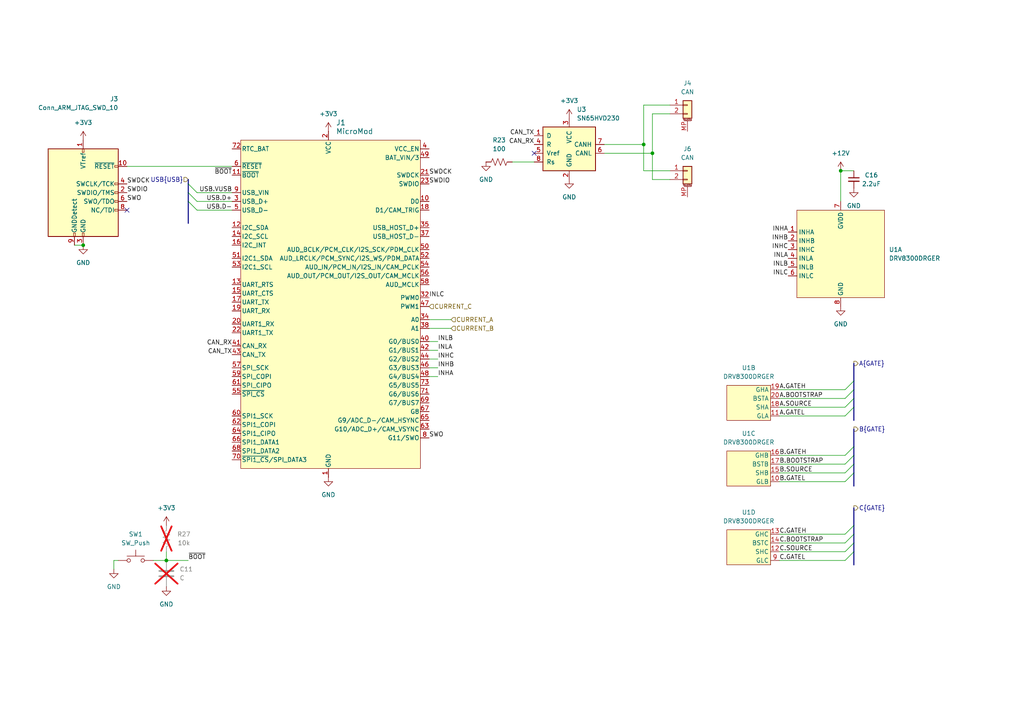
<source format=kicad_sch>
(kicad_sch (version 20231120) (generator "eeschema") (generator_version "8.0")
  (paper "A4")
  (lib_symbols
    (symbol "Connector:Conn_ARM_JTAG_SWD_10" (pin_names (offset 1.016))
      (property "Reference" "J" (at -2.54 16.51 0))
      (property "Value" "Conn_ARM_JTAG_SWD_10" (at -2.54 13.97 0))
      (symbol "Conn_ARM_JTAG_SWD_10_0_1"
        (rectangle (start -10.16 12.7) (end 10.16 -12.7) (stroke (width 0.254)) (fill (type background)))
        (rectangle (start -2.794 -12.7) (end -2.286 -11.684))
        (rectangle (start -0.254 -12.7) (end 0.254 -11.684))
        (rectangle (start -0.254 12.7) (end 0.254 11.684))
        (rectangle (start 9.144 2.286) (end 10.16 2.794))
        (rectangle (start 10.16 -2.794) (end 9.144 -2.286))
        (rectangle (start 10.16 -0.254) (end 9.144 0.254))
        (rectangle (start 10.16 7.874) (end 9.144 7.366))
      )
      (symbol "Conn_ARM_JTAG_SWD_10_1_1"
        (rectangle (start 9.144 -5.334) (end 10.16 -4.826))
        (pin power_in line (at 0 15.24 270) (length 2.54) (name "VTref") (number "1"))
        (pin open_collector line (at 12.7 7.62 180) (length 2.54) (name "~{RESET}") (number "10"))
        (pin bidirectional line (at 12.7 0 180) (length 2.54) (name "SWDIO/TMS") (number "2"))
        (pin power_in line (at 0 -15.24 90) (length 2.54) (name "GND") (number "3"))
        (pin output line (at 12.7 2.54 180) (length 2.54) (name "SWCLK/TCK") (number "4"))
        (pin passive line (at 0 -15.24 90) (length 2.54) hide (name "GND") (number "5"))
        (pin input line (at 12.7 -2.54 180) (length 2.54) (name "SWO/TDO") (number "6"))
        (pin no_connect line (at -10.16 0 0) (length 2.54) hide (name "KEY") (number "7"))
        (pin output line (at 12.7 -5.08 180) (length 2.54) (name "NC/TDI") (number "8"))
        (pin passive line (at -2.54 -15.24 90) (length 2.54) (name "GNDDetect") (number "9"))
      )
    )
    (symbol "Connector_Generic_MountingPin:Conn_01x02_MountingPin" (pin_names (offset 1.016) hide)
      (property "Reference" "J" (at 0 2.54 0))
      (property "Value" "Conn_01x02_MountingPin" (at 1.27 -5.08 0))
      (symbol "Conn_01x02_MountingPin_1_1"
        (rectangle (start -1.27 -2.413) (end 0 -2.667) (stroke (width 0.1524)))
        (rectangle (start -1.27 0.127) (end 0 -0.127) (stroke (width 0.1524)))
        (rectangle (start -1.27 1.27) (end 1.27 -3.81) (stroke (width 0.254)) (fill (type background)))
        (polyline (pts (xy -1.016 -4.572) (xy 1.016 -4.572)) (stroke (width 0.1524)))
        (text "Mounting" (at 0 -4.191 0) (effects (font (size 0.381 0.381))))
        (pin passive line (at -5.08 0 0) (length 3.81) (name "Pin_1") (number "1"))
        (pin passive line (at -5.08 -2.54 0) (length 3.81) (name "Pin_2") (number "2"))
        (pin passive line (at 0 -7.62 90) (length 3.048) (name "MountPin") (number "MP"))
      )
    )
    (symbol "Device:C" (pin_numbers hide) (pin_names (offset 0.254))
      (property "Reference" "C" (at 0.635 2.54 0))
      (property "Value" "C" (at 0.635 -2.54 0))
      (symbol "C_0_1"
        (polyline (pts (xy -2.032 -0.762) (xy 2.032 -0.762)) (stroke (width 0.508)))
        (polyline (pts (xy -2.032 0.762) (xy 2.032 0.762)) (stroke (width 0.508)))
      )
      (symbol "C_1_1"
        (pin passive line (at 0 3.81 270) (length 2.794) (name "~") (number "1"))
        (pin passive line (at 0 -3.81 90) (length 2.794) (name "~") (number "2"))
      )
    )
    (symbol "Device:C_Small" (pin_numbers hide) (pin_names (offset 0.254) hide)
      (property "Reference" "C" (at 0.254 1.778 0))
      (property "Value" "C_Small" (at 0.254 -2.032 0))
      (symbol "C_Small_0_1"
        (polyline (pts (xy -1.524 -0.508) (xy 1.524 -0.508)) (stroke (width 0.3302)))
        (polyline (pts (xy -1.524 0.508) (xy 1.524 0.508)) (stroke (width 0.3048)))
      )
      (symbol "C_Small_1_1"
        (pin passive line (at 0 2.54 270) (length 2.032) (name "~") (number "1"))
        (pin passive line (at 0 -2.54 90) (length 2.032) (name "~") (number "2"))
      )
    )
    (symbol "Device:R_US" (pin_numbers hide) (pin_names (offset 0))
      (property "Reference" "R" (at 2.54 0 90))
      (property "Value" "R_US" (at -2.54 0 90))
      (symbol "R_US_0_1"
        (polyline (pts (xy 0 -2.286) (xy 0 -2.54)))
        (polyline (pts (xy 0 2.286) (xy 0 2.54)))
        (polyline (pts (xy 0 -0.762) (xy 1.016 -1.143) (xy 0 -1.524) (xy -1.016 -1.905) (xy 0 -2.286)))
        (polyline (pts (xy 0 0.762) (xy 1.016 0.381) (xy 0 0) (xy -1.016 -0.381) (xy 0 -0.762)))
        (polyline (pts (xy 0 2.286) (xy 1.016 1.905) (xy 0 1.524) (xy -1.016 1.143) (xy 0 0.762)))
      )
      (symbol "R_US_1_1"
        (pin passive line (at 0 3.81 270) (length 1.27) (name "~") (number "1"))
        (pin passive line (at 0 -3.81 90) (length 1.27) (name "~") (number "2"))
      )
    )
    (symbol "Interface_CAN_LIN:SN65HVD230" (pin_names (offset 1.016))
      (property "Reference" "U" (at -2.54 10.16 0))
      (property "Value" "SN65HVD230" (at -2.54 7.62 0))
      (symbol "SN65HVD230_0_1"
        (rectangle (start -7.62 5.08) (end 7.62 -7.62) (stroke (width 0.254)) (fill (type background)))
      )
      (symbol "SN65HVD230_1_1"
        (pin input line (at -10.16 2.54 0) (length 2.54) (name "D") (number "1"))
        (pin power_in line (at 0 -10.16 90) (length 2.54) (name "GND") (number "2"))
        (pin power_in line (at 0 7.62 270) (length 2.54) (name "VCC") (number "3"))
        (pin output line (at -10.16 0 0) (length 2.54) (name "R") (number "4"))
        (pin output line (at -10.16 -2.54 0) (length 2.54) (name "Vref") (number "5"))
        (pin bidirectional line (at 10.16 -2.54 180) (length 2.54) (name "CANL") (number "6"))
        (pin bidirectional line (at 10.16 0 180) (length 2.54) (name "CANH") (number "7"))
        (pin input line (at -10.16 -5.08 0) (length 2.54) (name "Rs") (number "8"))
      )
    )
    (symbol "SJSU_common:MicroMod" (pin_names (offset 0.254))
      (property "Reference" "J" (at 16.256 12.7 0))
      (property "Value" "MicroMod" (at 16.51 10.16 0))
      (symbol "MicroMod_1_1"
        (rectangle (start -8.89 2.54) (end 43.18 -92.71) (fill (type background)))
        (pin power_out line (at 16.51 -95.25 90) (length 2.54) (name "GND") (number "1"))
        (pin bidirectional line (at 45.72 -15.24 180) (length 2.54) (name "D0") (number "10"))
        (pin open_collector line (at -11.43 -7.62 0) (length 2.54) (name "~{BOOT}") (number "11"))
        (pin bidirectional line (at -11.43 -22.86 0) (length 2.54) (name "I2C_SDA") (number "12"))
        (pin output line (at -11.43 -39.37 0) (length 2.54) (name "UART_RTS") (number "13"))
        (pin bidirectional line (at -11.43 -25.4 0) (length 2.54) (name "I2C_SCL") (number "14"))
        (pin input line (at -11.43 -41.91 0) (length 2.54) (name "UART_CTS") (number "15"))
        (pin open_collector line (at -11.43 -27.94 0) (length 2.54) (name "I2C_INT") (number "16"))
        (pin output line (at -11.43 -44.45 0) (length 2.54) (name "UART_TX") (number "17"))
        (pin bidirectional line (at 45.72 -17.78 180) (length 2.54) (name "D1/CAM_TRIG") (number "18"))
        (pin input line (at -11.43 -46.99 0) (length 2.54) (name "UART_RX") (number "19"))
        (pin power_in line (at 16.51 5.08 270) (length 2.54) (name "VCC") (number "2"))
        (pin input line (at -11.43 -50.8 0) (length 2.54) (name "UART1_RX") (number "20"))
        (pin input line (at 45.72 -7.62 180) (length 2.54) (name "SWDCK") (number "21"))
        (pin output line (at -11.43 -53.34 0) (length 2.54) (name "UART1_TX") (number "22"))
        (pin output line (at 45.72 -10.16 180) (length 2.54) (name "SWDIO") (number "23"))
        (pin bidirectional line (at -11.43 -15.24 0) (length 2.54) (name "USB_D+") (number "3"))
        (pin output line (at 45.72 -43.18 180) (length 2.54) (name "PWM0") (number "32"))
        (pin power_out line (at 16.51 -95.25 90) (length 2.54) hide (name "GND") (number "33"))
        (pin output line (at 45.72 -49.53 180) (length 2.54) (name "A0") (number "34"))
        (pin bidirectional line (at 45.72 -22.86 180) (length 2.54) (name "USB_HOST_D+") (number "35"))
        (pin power_out line (at 16.51 -95.25 90) (length 2.54) hide (name "GND") (number "36"))
        (pin bidirectional line (at 45.72 -25.4 180) (length 2.54) (name "USB_HOST_D-") (number "37"))
        (pin output line (at 45.72 -52.07 180) (length 2.54) (name "A1") (number "38"))
        (pin power_out line (at 16.51 -95.25 90) (length 2.54) hide (name "GND") (number "39"))
        (pin output line (at 45.72 0 180) (length 2.54) (name "VCC_EN") (number "4"))
        (pin bidirectional line (at 45.72 -55.88 180) (length 2.54) (name "G0/BUS0") (number "40"))
        (pin input line (at -11.43 -57.15 0) (length 2.54) (name "CAN_RX") (number "41"))
        (pin bidirectional line (at 45.72 -58.42 180) (length 2.54) (name "G1/BUS1") (number "42"))
        (pin output line (at -11.43 -59.69 0) (length 2.54) (name "CAN_TX") (number "43"))
        (pin bidirectional line (at 45.72 -60.96 180) (length 2.54) (name "G2/BUS2") (number "44"))
        (pin power_out line (at 16.51 -95.25 90) (length 2.54) hide (name "GND") (number "45"))
        (pin bidirectional line (at 45.72 -63.5 180) (length 2.54) (name "G3/BUS3") (number "46"))
        (pin output line (at 45.72 -45.72 180) (length 2.54) (name "PWM1") (number "47"))
        (pin bidirectional line (at 45.72 -66.04 180) (length 2.54) (name "G4/BUS4") (number "48"))
        (pin input line (at 45.72 -2.54 180) (length 2.54) (name "BAT_VIN/3") (number "49"))
        (pin bidirectional line (at -11.43 -17.78 0) (length 2.54) (name "USB_D-") (number "5"))
        (pin bidirectional line (at 45.72 -29.21 180) (length 2.54) (name "AUD_BCLK/PCM_CLK/I2S_SCK/PDM_CLK") (number "50"))
        (pin bidirectional line (at -11.43 -31.75 0) (length 2.54) (name "I2C1_SDA") (number "51"))
        (pin bidirectional line (at 45.72 -31.75 180) (length 2.54) (name "AUD_LRCLK/PCM_SYNC/I2S_WS/PDM_DATA") (number "52"))
        (pin bidirectional line (at -11.43 -34.29 0) (length 2.54) (name "I2C1_SCL") (number "53"))
        (pin input line (at 45.72 -34.29 180) (length 2.54) (name "AUD_IN/PCM_IN/I2S_IN/CAM_PCLK") (number "54"))
        (pin output line (at -11.43 -71.12 0) (length 2.54) (name "~{SPI_CS}") (number "55"))
        (pin output line (at 45.72 -36.83 180) (length 2.54) (name "AUD_OUT/PCM_OUT/I2S_OUT/CAM_MCLK") (number "56"))
        (pin output line (at -11.43 -63.5 0) (length 2.54) (name "SPI_SCK") (number "57"))
        (pin output line (at 45.72 -39.37 180) (length 2.54) (name "AUD_MCLK") (number "58"))
        (pin output line (at -11.43 -66.04 0) (length 2.54) (name "SPI_COPI") (number "59"))
        (pin open_collector line (at -11.43 -5.08 0) (length 2.54) (name "~{RESET}") (number "6"))
        (pin output line (at -11.43 -77.47 0) (length 2.54) (name "SPI1_SCK") (number "60"))
        (pin output line (at -11.43 -68.58 0) (length 2.54) (name "SPI_CIPO") (number "61"))
        (pin output line (at -11.43 -80.01 0) (length 2.54) (name "SPI1_COPI") (number "62"))
        (pin bidirectional line (at 45.72 -81.28 180) (length 2.54) (name "G10/ADC_D+/CAM_VSYNC") (number "63"))
        (pin output line (at -11.43 -82.55 0) (length 2.54) (name "SPI1_CIPO") (number "64"))
        (pin bidirectional line (at 45.72 -78.74 180) (length 2.54) (name "G9/ADC_D-/CAM_HSYNC") (number "65"))
        (pin output line (at -11.43 -85.09 0) (length 2.54) (name "SPI1_DATA1") (number "66"))
        (pin bidirectional line (at 45.72 -76.2 180) (length 2.54) (name "G8") (number "67"))
        (pin output line (at -11.43 -87.63 0) (length 2.54) (name "SPI1_DATA2") (number "68"))
        (pin bidirectional line (at 45.72 -73.66 180) (length 2.54) (name "G7/BUS7") (number "69"))
        (pin power_out line (at 16.51 -95.25 90) (length 2.54) hide (name "GND") (number "7"))
        (pin bidirectional line (at -11.43 -90.17 0) (length 2.54) (name "~{SPI1_CS}/SPI_DATA3") (number "70"))
        (pin bidirectional line (at 45.72 -71.12 180) (length 2.54) (name "G6/BUS6") (number "71"))
        (pin power_in line (at -11.43 0 0) (length 2.54) (name "RTC_BAT") (number "72"))
        (pin bidirectional line (at 45.72 -68.58 180) (length 2.54) (name "G5/BUS5") (number "73"))
        (pin power_in line (at 16.51 5.08 270) (length 2.54) hide (name "VCC") (number "74"))
        (pin power_out line (at 16.51 -95.25 90) (length 2.54) hide (name "GND") (number "75"))
        (pin bidirectional line (at 45.72 -83.82 180) (length 2.54) (name "G11/SWO") (number "8"))
        (pin power_in line (at -11.43 -12.7 0) (length 2.54) (name "USB_VIN") (number "9"))
        (pin power_out line (at 16.51 -95.25 90) (length 2.54) hide (name "GND") (number "S1"))
        (pin power_out line (at 16.51 -95.25 90) (length 2.54) hide (name "GND") (number "S2"))
        (pin power_out line (at 16.51 -95.25 90) (length 2.54) hide (name "GND") (number "S3"))
      )
      (symbol "MicroMod_1_2"
        (polyline (pts (xy 5.08 -86.36) (xy 12.7 -86.36)) (stroke (width 0.127)))
        (polyline (pts (xy 5.08 2.54) (xy 5.08 -86.36)) (stroke (width 0.127)))
        (polyline (pts (xy 7.62 -83.82) (xy 5.08 -83.82)) (stroke (width 0.127)))
        (polyline (pts (xy 7.62 -83.82) (xy 8.89 -84.6667)) (stroke (width 0.127)))
        (polyline (pts (xy 7.62 -83.82) (xy 8.89 -82.9733)) (stroke (width 0.127)))
        (polyline (pts (xy 7.62 -81.28) (xy 5.08 -81.28)) (stroke (width 0.127)))
        (polyline (pts (xy 7.62 -81.28) (xy 8.89 -82.1267)) (stroke (width 0.127)))
        (polyline (pts (xy 7.62 -81.28) (xy 8.89 -80.4333)) (stroke (width 0.127)))
        (polyline (pts (xy 7.62 -78.74) (xy 5.08 -78.74)) (stroke (width 0.127)))
        (polyline (pts (xy 7.62 -78.74) (xy 8.89 -79.5867)) (stroke (width 0.127)))
        (polyline (pts (xy 7.62 -78.74) (xy 8.89 -77.8933)) (stroke (width 0.127)))
        (polyline (pts (xy 7.62 -76.2) (xy 5.08 -76.2)) (stroke (width 0.127)))
        (polyline (pts (xy 7.62 -76.2) (xy 8.89 -77.0467)) (stroke (width 0.127)))
        (polyline (pts (xy 7.62 -76.2) (xy 8.89 -75.3533)) (stroke (width 0.127)))
        (polyline (pts (xy 7.62 -73.66) (xy 5.08 -73.66)) (stroke (width 0.127)))
        (polyline (pts (xy 7.62 -73.66) (xy 8.89 -74.5067)) (stroke (width 0.127)))
        (polyline (pts (xy 7.62 -73.66) (xy 8.89 -72.8133)) (stroke (width 0.127)))
        (polyline (pts (xy 7.62 -71.12) (xy 5.08 -71.12)) (stroke (width 0.127)))
        (polyline (pts (xy 7.62 -71.12) (xy 8.89 -71.9667)) (stroke (width 0.127)))
        (polyline (pts (xy 7.62 -71.12) (xy 8.89 -70.2733)) (stroke (width 0.127)))
        (polyline (pts (xy 7.62 -68.58) (xy 5.08 -68.58)) (stroke (width 0.127)))
        (polyline (pts (xy 7.62 -68.58) (xy 8.89 -69.4267)) (stroke (width 0.127)))
        (polyline (pts (xy 7.62 -68.58) (xy 8.89 -67.7333)) (stroke (width 0.127)))
        (polyline (pts (xy 7.62 -66.04) (xy 5.08 -66.04)) (stroke (width 0.127)))
        (polyline (pts (xy 7.62 -66.04) (xy 8.89 -66.8867)) (stroke (width 0.127)))
        (polyline (pts (xy 7.62 -66.04) (xy 8.89 -65.1933)) (stroke (width 0.127)))
        (polyline (pts (xy 7.62 -63.5) (xy 5.08 -63.5)) (stroke (width 0.127)))
        (polyline (pts (xy 7.62 -63.5) (xy 8.89 -64.3467)) (stroke (width 0.127)))
        (polyline (pts (xy 7.62 -63.5) (xy 8.89 -62.6533)) (stroke (width 0.127)))
        (polyline (pts (xy 7.62 -60.96) (xy 5.08 -60.96)) (stroke (width 0.127)))
        (polyline (pts (xy 7.62 -60.96) (xy 8.89 -61.8067)) (stroke (width 0.127)))
        (polyline (pts (xy 7.62 -60.96) (xy 8.89 -60.1133)) (stroke (width 0.127)))
        (polyline (pts (xy 7.62 -58.42) (xy 5.08 -58.42)) (stroke (width 0.127)))
        (polyline (pts (xy 7.62 -58.42) (xy 8.89 -59.2667)) (stroke (width 0.127)))
        (polyline (pts (xy 7.62 -58.42) (xy 8.89 -57.5733)) (stroke (width 0.127)))
        (polyline (pts (xy 7.62 -55.88) (xy 5.08 -55.88)) (stroke (width 0.127)))
        (polyline (pts (xy 7.62 -55.88) (xy 8.89 -56.7267)) (stroke (width 0.127)))
        (polyline (pts (xy 7.62 -55.88) (xy 8.89 -55.0333)) (stroke (width 0.127)))
        (polyline (pts (xy 7.62 -53.34) (xy 5.08 -53.34)) (stroke (width 0.127)))
        (polyline (pts (xy 7.62 -53.34) (xy 8.89 -54.1867)) (stroke (width 0.127)))
        (polyline (pts (xy 7.62 -53.34) (xy 8.89 -52.4933)) (stroke (width 0.127)))
        (polyline (pts (xy 7.62 -50.8) (xy 5.08 -50.8)) (stroke (width 0.127)))
        (polyline (pts (xy 7.62 -50.8) (xy 8.89 -51.6467)) (stroke (width 0.127)))
        (polyline (pts (xy 7.62 -50.8) (xy 8.89 -49.9533)) (stroke (width 0.127)))
        (polyline (pts (xy 7.62 -48.26) (xy 5.08 -48.26)) (stroke (width 0.127)))
        (polyline (pts (xy 7.62 -48.26) (xy 8.89 -49.1067)) (stroke (width 0.127)))
        (polyline (pts (xy 7.62 -48.26) (xy 8.89 -47.4133)) (stroke (width 0.127)))
        (polyline (pts (xy 7.62 -45.72) (xy 5.08 -45.72)) (stroke (width 0.127)))
        (polyline (pts (xy 7.62 -45.72) (xy 8.89 -46.5667)) (stroke (width 0.127)))
        (polyline (pts (xy 7.62 -45.72) (xy 8.89 -44.8733)) (stroke (width 0.127)))
        (polyline (pts (xy 7.62 -43.18) (xy 5.08 -43.18)) (stroke (width 0.127)))
        (polyline (pts (xy 7.62 -43.18) (xy 8.89 -44.0267)) (stroke (width 0.127)))
        (polyline (pts (xy 7.62 -43.18) (xy 8.89 -42.3333)) (stroke (width 0.127)))
        (polyline (pts (xy 7.62 -40.64) (xy 5.08 -40.64)) (stroke (width 0.127)))
        (polyline (pts (xy 7.62 -40.64) (xy 8.89 -41.4867)) (stroke (width 0.127)))
        (polyline (pts (xy 7.62 -40.64) (xy 8.89 -39.7933)) (stroke (width 0.127)))
        (polyline (pts (xy 7.62 -38.1) (xy 5.08 -38.1)) (stroke (width 0.127)))
        (polyline (pts (xy 7.62 -38.1) (xy 8.89 -38.9467)) (stroke (width 0.127)))
        (polyline (pts (xy 7.62 -38.1) (xy 8.89 -37.2533)) (stroke (width 0.127)))
        (polyline (pts (xy 7.62 -35.56) (xy 5.08 -35.56)) (stroke (width 0.127)))
        (polyline (pts (xy 7.62 -35.56) (xy 8.89 -36.4067)) (stroke (width 0.127)))
        (polyline (pts (xy 7.62 -35.56) (xy 8.89 -34.7133)) (stroke (width 0.127)))
        (polyline (pts (xy 7.62 -33.02) (xy 5.08 -33.02)) (stroke (width 0.127)))
        (polyline (pts (xy 7.62 -33.02) (xy 8.89 -33.8667)) (stroke (width 0.127)))
        (polyline (pts (xy 7.62 -33.02) (xy 8.89 -32.1733)) (stroke (width 0.127)))
        (polyline (pts (xy 7.62 -30.48) (xy 5.08 -30.48)) (stroke (width 0.127)))
        (polyline (pts (xy 7.62 -30.48) (xy 8.89 -31.3267)) (stroke (width 0.127)))
        (polyline (pts (xy 7.62 -30.48) (xy 8.89 -29.6333)) (stroke (width 0.127)))
        (polyline (pts (xy 7.62 -27.94) (xy 5.08 -27.94)) (stroke (width 0.127)))
        (polyline (pts (xy 7.62 -27.94) (xy 8.89 -28.7867)) (stroke (width 0.127)))
        (polyline (pts (xy 7.62 -27.94) (xy 8.89 -27.0933)) (stroke (width 0.127)))
        (polyline (pts (xy 7.62 -25.4) (xy 5.08 -25.4)) (stroke (width 0.127)))
        (polyline (pts (xy 7.62 -25.4) (xy 8.89 -26.2467)) (stroke (width 0.127)))
        (polyline (pts (xy 7.62 -25.4) (xy 8.89 -24.5533)) (stroke (width 0.127)))
        (polyline (pts (xy 7.62 -22.86) (xy 5.08 -22.86)) (stroke (width 0.127)))
        (polyline (pts (xy 7.62 -22.86) (xy 8.89 -23.7067)) (stroke (width 0.127)))
        (polyline (pts (xy 7.62 -22.86) (xy 8.89 -22.0133)) (stroke (width 0.127)))
        (polyline (pts (xy 7.62 -20.32) (xy 5.08 -20.32)) (stroke (width 0.127)))
        (polyline (pts (xy 7.62 -20.32) (xy 8.89 -21.1667)) (stroke (width 0.127)))
        (polyline (pts (xy 7.62 -20.32) (xy 8.89 -19.4733)) (stroke (width 0.127)))
        (polyline (pts (xy 7.62 -17.78) (xy 5.08 -17.78)) (stroke (width 0.127)))
        (polyline (pts (xy 7.62 -17.78) (xy 8.89 -18.6267)) (stroke (width 0.127)))
        (polyline (pts (xy 7.62 -17.78) (xy 8.89 -16.9333)) (stroke (width 0.127)))
        (polyline (pts (xy 7.62 -15.24) (xy 5.08 -15.24)) (stroke (width 0.127)))
        (polyline (pts (xy 7.62 -15.24) (xy 8.89 -16.0867)) (stroke (width 0.127)))
        (polyline (pts (xy 7.62 -15.24) (xy 8.89 -14.3933)) (stroke (width 0.127)))
        (polyline (pts (xy 7.62 -12.7) (xy 5.08 -12.7)) (stroke (width 0.127)))
        (polyline (pts (xy 7.62 -12.7) (xy 8.89 -13.5467)) (stroke (width 0.127)))
        (polyline (pts (xy 7.62 -12.7) (xy 8.89 -11.8533)) (stroke (width 0.127)))
        (polyline (pts (xy 7.62 -10.16) (xy 5.08 -10.16)) (stroke (width 0.127)))
        (polyline (pts (xy 7.62 -10.16) (xy 8.89 -11.0067)) (stroke (width 0.127)))
        (polyline (pts (xy 7.62 -10.16) (xy 8.89 -9.3133)) (stroke (width 0.127)))
        (polyline (pts (xy 7.62 -7.62) (xy 5.08 -7.62)) (stroke (width 0.127)))
        (polyline (pts (xy 7.62 -7.62) (xy 8.89 -8.4667)) (stroke (width 0.127)))
        (polyline (pts (xy 7.62 -7.62) (xy 8.89 -6.7733)) (stroke (width 0.127)))
        (polyline (pts (xy 7.62 -5.08) (xy 5.08 -5.08)) (stroke (width 0.127)))
        (polyline (pts (xy 7.62 -5.08) (xy 8.89 -5.9267)) (stroke (width 0.127)))
        (polyline (pts (xy 7.62 -5.08) (xy 8.89 -4.2333)) (stroke (width 0.127)))
        (polyline (pts (xy 7.62 -2.54) (xy 5.08 -2.54)) (stroke (width 0.127)))
        (polyline (pts (xy 7.62 -2.54) (xy 8.89 -3.3867)) (stroke (width 0.127)))
        (polyline (pts (xy 7.62 -2.54) (xy 8.89 -1.6933)) (stroke (width 0.127)))
        (polyline (pts (xy 7.62 0) (xy 5.08 0)) (stroke (width 0.127)))
        (polyline (pts (xy 7.62 0) (xy 8.89 -0.8467)) (stroke (width 0.127)))
        (polyline (pts (xy 7.62 0) (xy 8.89 0.8467)) (stroke (width 0.127)))
        (polyline (pts (xy 12.7 -86.36) (xy 12.7 2.54)) (stroke (width 0.127)))
        (polyline (pts (xy 12.7 2.54) (xy 5.08 2.54)) (stroke (width 0.127)))
      )
    )
    (symbol "Switch:SW_Push" (pin_numbers hide) (pin_names (offset 1.016) hide)
      (property "Reference" "SW" (at 1.27 2.54 0))
      (property "Value" "SW_Push" (at 0 -1.524 0))
      (symbol "SW_Push_0_1"
        (circle (center -2.032 0) (radius 0.508))
        (polyline (pts (xy 0 1.27) (xy 0 3.048)))
        (polyline (pts (xy 2.54 1.27) (xy -2.54 1.27)))
        (circle (center 2.032 0) (radius 0.508))
        (pin passive line (at -5.08 0 0) (length 2.54) (name "1") (number "1"))
        (pin passive line (at 5.08 0 180) (length 2.54) (name "2") (number "2"))
      )
    )
    (symbol "power:+12V" (power) (pin_numbers hide) (pin_names (offset 0) hide)
      (property "Value" "+12V" (at 0 3.556 0))
      (symbol "+12V_0_1"
        (polyline (pts (xy -0.762 1.27) (xy 0 2.54)))
        (polyline (pts (xy 0 0) (xy 0 2.54)))
        (polyline (pts (xy 0 2.54) (xy 0.762 1.27)))
      )
      (symbol "+12V_1_1"
        (pin power_in line (at 0 0 90) (length 0) (name "~") (number "1"))
      )
    )
    (symbol "power:+3V3" (power) (pin_numbers hide) (pin_names (offset 0) hide)
      (property "Value" "+3V3" (at 0 3.556 0))
      (symbol "+3V3_0_1"
        (polyline (pts (xy -0.762 1.27) (xy 0 2.54)))
        (polyline (pts (xy 0 0) (xy 0 2.54)))
        (polyline (pts (xy 0 2.54) (xy 0.762 1.27)))
      )
      (symbol "+3V3_1_1"
        (pin power_in line (at 0 0 90) (length 0) (name "~") (number "1"))
      )
    )
    (symbol "power:GND" (power) (pin_numbers hide) (pin_names (offset 0) hide)
      (property "Value" "GND" (at 0 -3.81 0))
      (symbol "GND_0_1"
        (polyline (pts (xy 0 0) (xy 0 -1.27) (xy 1.27 -1.27) (xy 0 -2.54) (xy -1.27 -1.27) (xy 0 -1.27)))
      )
      (symbol "GND_1_1"
        (pin power_in line (at 0 0 270) (length 0) (name "~") (number "1"))
      )
    )
    (symbol "symbols:DRV8300DPWR"
      (property "Reference" "U" (at 0.254 6.858 0))
      (property "Value" "DRV8300DRGER" (at 0.254 5.08 0))
      (symbol "DRV8300DPWR_1_1"
        (rectangle (start -12.7 3.81) (end 12.7 -21.59) (fill (type background)))
        (pin input line (at -15.24 -2.54 0) (length 2.54) (name "INHA") (number "1"))
        (pin input line (at -15.24 -5.08 0) (length 2.54) (name "INHB") (number "2"))
        (pin input line (at -15.24 -7.62 0) (length 2.54) (name "INHC") (number "3"))
        (pin input line (at -15.24 -10.16 0) (length 2.54) (name "INLA") (number "4"))
        (pin input line (at -15.24 -12.7 0) (length 2.54) (name "INLB") (number "5"))
        (pin input line (at -15.24 -15.24 0) (length 2.54) (name "INLC") (number "6"))
        (pin power_in line (at 0 6.35 270) (length 2.54) (name "GVDD") (number "7"))
        (pin power_out line (at 0 -24.13 90) (length 2.54) (name "GND") (number "8"))
      )
      (symbol "DRV8300DPWR_2_1"
        (rectangle (start -6.35 2.54) (end 6.35 -7.62) (fill (type background)))
        (pin output line (at 8.89 -6.35 180) (length 2.54) (name "GLA") (number "11"))
        (pin output line (at 8.89 -3.81 180) (length 2.54) (name "SHA") (number "18"))
        (pin output line (at 8.89 1.27 180) (length 2.54) (name "GHA") (number "19"))
        (pin output line (at 8.89 -1.27 180) (length 2.54) (name "BSTA") (number "20"))
      )
      (symbol "DRV8300DPWR_3_1"
        (rectangle (start -6.35 2.54) (end 6.35 -7.62) (fill (type background)))
        (pin output line (at 8.89 -6.35 180) (length 2.54) (name "GLB") (number "10"))
        (pin output line (at 8.89 -3.81 180) (length 2.54) (name "SHB") (number "15"))
        (pin output line (at 8.89 1.27 180) (length 2.54) (name "GHB") (number "16"))
        (pin output line (at 8.89 -1.27 180) (length 2.54) (name "BSTB") (number "17"))
      )
      (symbol "DRV8300DPWR_4_1"
        (rectangle (start -6.35 2.54) (end 6.35 -7.62) (fill (type background)))
        (pin output line (at 8.89 -3.81 180) (length 2.54) (name "SHC") (number "12"))
        (pin output line (at 8.89 1.27 180) (length 2.54) (name "GHC") (number "13"))
        (pin output line (at 8.89 -1.27 180) (length 2.54) (name "BSTC") (number "14"))
        (pin output line (at 8.89 -6.35 180) (length 2.54) (name "GLC") (number "9"))
      )
    )
  )
  (bus_alias "GATEBUS" (members "AH" "AL" "BH" "BL" "CH" "CL"))
  (junction (at 189.23 44.45))
  (junction (at 48.26 162.56))
  (junction (at 24.13 71.12))
  (junction (at 186.69 41.91))
  (junction (at 243.84 49.53))
  (no_connect (at 154.94 44.45))
  (no_connect (at 36.83 60.96))
  (bus_entry (at 247.65 137.16) (size -2.54 2.54))
  (bus_entry (at 247.65 129.54) (size -2.54 2.54))
  (bus_entry (at 247.65 152.4) (size -2.54 2.54))
  (bus_entry (at 247.65 160.02) (size -2.54 2.54))
  (bus_entry (at 247.65 132.08) (size -2.54 2.54))
  (bus_entry (at 247.65 154.94) (size -2.54 2.54))
  (bus_entry (at 247.65 115.57) (size -2.54 2.54))
  (bus_entry (at 247.65 113.03) (size -2.54 2.54))
  (bus_entry (at 54.61 58.42) (size 2.54 2.54))
  (bus_entry (at 247.65 118.11) (size -2.54 2.54))
  (bus_entry (at 54.61 55.88) (size 2.54 2.54))
  (bus_entry (at 247.65 110.49) (size -2.54 2.54))
  (bus_entry (at 247.65 157.48) (size -2.54 2.54))
  (bus_entry (at 247.65 134.62) (size -2.54 2.54))
  (bus_entry (at 54.61 53.34) (size 2.54 2.54))
  (wire (pts (xy 36.83 48.26) (xy 67.31 48.26)))
  (bus (pts (xy 54.61 52.07) (xy 54.61 53.34)))
  (bus (pts (xy 247.65 157.48) (xy 247.65 160.02)))
  (wire (pts (xy 175.26 41.91) (xy 186.69 41.91)))
  (wire (pts (xy 67.31 55.88) (xy 57.15 55.88)))
  (wire (pts (xy 189.23 44.45) (xy 189.23 52.07)))
  (wire (pts (xy 194.31 33.02) (xy 189.23 33.02)))
  (wire (pts (xy 127 106.68) (xy 124.46 106.68)))
  (wire (pts (xy 124.46 95.25) (xy 130.81 95.25)))
  (wire (pts (xy 189.23 52.07) (xy 194.31 52.07)))
  (wire (pts (xy 226.06 139.7) (xy 245.11 139.7)))
  (bus (pts (xy 247.65 124.46) (xy 247.65 129.54)))
  (wire (pts (xy 226.06 157.48) (xy 245.11 157.48)))
  (wire (pts (xy 21.59 71.12) (xy 24.13 71.12)))
  (bus (pts (xy 54.61 53.34) (xy 54.61 55.88)))
  (bus (pts (xy 247.65 113.03) (xy 247.65 115.57)))
  (wire (pts (xy 243.84 49.53) (xy 247.65 49.53)))
  (wire (pts (xy 226.06 113.03) (xy 245.11 113.03)))
  (wire (pts (xy 194.31 30.48) (xy 186.69 30.48)))
  (wire (pts (xy 33.02 162.56) (xy 34.29 162.56)))
  (wire (pts (xy 243.84 49.53) (xy 243.84 58.42)))
  (wire (pts (xy 186.69 41.91) (xy 186.69 49.53)))
  (bus (pts (xy 247.65 147.32) (xy 247.65 152.4)))
  (wire (pts (xy 226.06 160.02) (xy 245.11 160.02)))
  (wire (pts (xy 226.06 154.94) (xy 245.11 154.94)))
  (bus (pts (xy 247.65 137.16) (xy 247.65 140.97)))
  (bus (pts (xy 247.65 118.11) (xy 247.65 121.92)))
  (wire (pts (xy 226.06 137.16) (xy 245.11 137.16)))
  (wire (pts (xy 226.06 115.57) (xy 245.11 115.57)))
  (bus (pts (xy 54.61 58.42) (xy 54.61 64.77)))
  (wire (pts (xy 127 104.14) (xy 124.46 104.14)))
  (wire (pts (xy 48.26 162.56) (xy 44.45 162.56)))
  (wire (pts (xy 189.23 33.02) (xy 189.23 44.45)))
  (bus (pts (xy 247.65 152.4) (xy 247.65 154.94)))
  (bus (pts (xy 247.65 110.49) (xy 247.65 113.03)))
  (wire (pts (xy 67.31 60.96) (xy 57.15 60.96)))
  (wire (pts (xy 124.46 92.71) (xy 130.81 92.71)))
  (wire (pts (xy 226.06 132.08) (xy 245.11 132.08)))
  (bus (pts (xy 54.61 55.88) (xy 54.61 58.42)))
  (bus (pts (xy 247.65 115.57) (xy 247.65 118.11)))
  (wire (pts (xy 33.02 165.1) (xy 33.02 162.56)))
  (wire (pts (xy 226.06 162.56) (xy 245.11 162.56)))
  (bus (pts (xy 247.65 132.08) (xy 247.65 134.62)))
  (bus (pts (xy 247.65 134.62) (xy 247.65 137.16)))
  (wire (pts (xy 67.31 58.42) (xy 57.15 58.42)))
  (wire (pts (xy 226.06 118.11) (xy 245.11 118.11)))
  (bus (pts (xy 247.65 129.54) (xy 247.65 132.08)))
  (wire (pts (xy 226.06 134.62) (xy 245.11 134.62)))
  (wire (pts (xy 226.06 120.65) (xy 245.11 120.65)))
  (bus (pts (xy 247.65 154.94) (xy 247.65 157.48)))
  (bus (pts (xy 247.65 105.41) (xy 247.65 110.49)))
  (wire (pts (xy 48.26 160.02) (xy 48.26 162.56)))
  (wire (pts (xy 127 109.22) (xy 124.46 109.22)))
  (wire (pts (xy 186.69 49.53) (xy 194.31 49.53)))
  (wire (pts (xy 54.61 162.56) (xy 48.26 162.56)))
  (bus (pts (xy 247.65 160.02) (xy 247.65 163.83)))
  (wire (pts (xy 175.26 44.45) (xy 189.23 44.45)))
  (wire (pts (xy 127 101.6) (xy 124.46 101.6)))
  (wire (pts (xy 186.69 30.48) (xy 186.69 41.91)))
  (wire (pts (xy 127 99.06) (xy 124.46 99.06)))
  (wire (pts (xy 148.59 46.99) (xy 154.94 46.99)))
  (label "B.BOOTSTRAP" (at 226.06 134.62 0))
  (label "INLB" (at 127 99.06 0))
  (label "SWDIO" (at 36.83 55.88 0))
  (label "INHB" (at 127 106.68 0))
  (label "SWDCK" (at 124.46 50.8 0))
  (label "A.SOURCE" (at 226.06 118.11 0))
  (label "USB.D+" (at 67.31 58.42 180))
  (label "C.BOOTSTRAP" (at 226.06 157.48 0))
  (label "INLC" (at 228.6 80.01 180))
  (label "SWO" (at 124.46 127 0))
  (label "SWO" (at 36.83 58.42 0))
  (label "C.SOURCE" (at 226.06 160.02 0))
  (label "~{BOOT}" (at 54.61 162.56 0))
  (label "A.GATEL" (at 226.06 120.65 0))
  (label "C.GATEH" (at 226.06 154.94 0))
  (label "C.GATEL" (at 226.06 162.56 0))
  (label "INHB" (at 228.6 69.85 180))
  (label "INHC" (at 228.6 72.39 180))
  (label "CAN_TX" (at 67.31 102.87 180))
  (label "CAN_RX" (at 154.94 41.91 180))
  (label "INHC" (at 127 104.14 0))
  (label "~{BOOT}" (at 67.31 50.8 180))
  (label "SWDIO" (at 124.46 53.34 0))
  (label "INLB" (at 228.6 77.47 180))
  (label "A.BOOTSTRAP" (at 226.06 115.57 0))
  (label "CAN_RX" (at 67.31 100.33 180))
  (label "INLA" (at 127 101.6 0))
  (label "SWDCK" (at 36.83 53.34 0))
  (label "INHA" (at 127 109.22 0))
  (label "B.SOURCE" (at 226.06 137.16 0))
  (label "USB.D-" (at 67.31 60.96 180))
  (label "INLC" (at 124.46 86.36 0))
  (label "B.GATEL" (at 226.06 139.7 0))
  (label "CAN_TX" (at 154.94 39.37 180))
  (label "A.GATEH" (at 226.06 113.03 0))
  (label "USB.VUSB" (at 67.31 55.88 180))
  (label "B.GATEH" (at 226.06 132.08 0))
  (label "INLA" (at 228.6 74.93 180))
  (label "INHA" (at 228.6 67.31 180))
  (hierarchical_label "C{GATE}" (shape output) (at 247.65 147.32 0))
  (hierarchical_label "CURRENT_C" (shape input) (at 124.46 88.9 0))
  (hierarchical_label "A{GATE}" (shape output) (at 247.65 105.41 0))
  (hierarchical_label "CURRENT_A" (shape input) (at 130.81 92.71 0))
  (hierarchical_label "B{GATE}" (shape output) (at 247.65 124.46 0))
  (hierarchical_label "CURRENT_B" (shape input) (at 130.81 95.25 0))
  (hierarchical_label "USB{USB}" (shape input) (at 54.61 52.07 180))
  (symbol (lib_id "Connector:Conn_ARM_JTAG_SWD_10") (at 24.13 55.88 0) (unit 1)
    (property "Reference" "J3" (at 34.29 28.702 0) (effects (justify right)))
    (property "Value" "Conn_ARM_JTAG_SWD_10" (at 34.29 31.242 0) (effects (justify right)))
    (property "Footprint" "Connector_PinHeader_1.27mm:PinHeader_2x05_P1.27mm_Vertical" (effects (hide yes)))
    (property "Datasheet" "http://infocenter.arm.com/help/topic/com.arm.doc.ddi0314h/DDI0314H_coresight_components_trm.pdf" (effects (hide yes)))
    (property "Description" "Cortex Debug Connector, standard ARM Cortex-M SWD and JTAG interface" (effects (hide yes)))
  )
  (symbol (lib_id "Device:R_US") (at 144.78 46.99 90) (unit 1)
    (property "Reference" "R23" (at 144.78 40.64 90))
    (property "Value" "100" (at 144.78 43.18 90))
    (property "Footprint" "Resistor_SMD:R_0603_1608Metric" (effects (hide yes)))
    (property "Description" "Resistor, US symbol" (effects (hide yes)))
  )
  (symbol (lib_id "Device:R_US") (at 48.26 156.21 0) (mirror x) (unit 1) (dnp yes)
    (property "Reference" "R27" (at 53.34 154.94 0))
    (property "Value" "10k" (at 53.34 157.48 0))
    (property "Footprint" "Resistor_SMD:R_0603_1608Metric" (effects (hide yes)))
    (property "Description" "Resistor, US symbol" (effects (hide yes)))
  )
  (symbol (lib_id "power:+3V3") (at 48.26 152.4 0) (unit 1)
    (property "Reference" "#PWR058" (effects (hide yes)))
    (property "Value" "+3V3" (at 48.26 147.32 0))
    (property "Description" "Power symbol creates a global label with name \"+3V3\"" (effects (hide yes)))
  )
  (symbol (lib_id "power:GND") (at 140.97 46.99 0) (unit 1)
    (property "Reference" "#PWR048" (effects (hide yes)))
    (property "Value" "GND" (at 140.97 52.07 0))
    (property "Description" "Power symbol creates a global label with name \"GND\" , ground" (effects (hide yes)))
  )
  (symbol (lib_id "Connector_Generic_MountingPin:Conn_01x02_MountingPin") (at 199.39 49.53 0) (unit 1)
    (property "Reference" "J6" (at 199.39 43.18 0))
    (property "Value" "CAN" (at 199.39 45.72 0))
    (property "Footprint" "Connector_JST:JST_GH_SM02B-GHS-TB_1x02-1MP_P1.25mm_Horizontal" (effects (hide yes)))
    (property "Description" "Generic connectable mounting pin connector, single row, 01x02, script generated (kicad-library-utils/schlib/autogen/connector/)" (effects (hide yes)))
  )
  (symbol (lib_id "power:GND") (at 243.84 88.9 0) (unit 1)
    (property "Reference" "#PWR037" (effects (hide yes)))
    (property "Value" "GND" (at 243.84 93.98 0))
    (property "Description" "Power symbol creates a global label with name \"GND\" , ground" (effects (hide yes)))
  )
  (symbol (lib_id "power:GND") (at 48.26 170.18 0) (unit 1)
    (property "Reference" "#PWR057" (effects (hide yes)))
    (property "Value" "GND" (at 48.26 175.26 0))
    (property "Description" "Power symbol creates a global label with name \"GND\" , ground" (effects (hide yes)))
  )
  (symbol (lib_id "symbols:DRV8300DPWR") (at 217.17 114.3 0) (unit 2)
    (property "Reference" "U1" (at 217.17 106.68 0))
    (property "Value" "DRV8300DRGER" (at 217.17 109.22 0))
    (property "Footprint" "Package_SO:TSSOP-20_4.4x6.5mm_P0.65mm" (effects (hide yes)))
    (property "Datasheet" "https://www.ti.com/lit/ds/symlink/drv8300.pdf?HQS=dis-dk-null-digikeymode-dsf-pf-null-wwe&ts=1731785150070" (effects (hide yes)))
    (property "Description" "Triple half H-bridge" (effects (hide yes)))
  )
  (symbol (lib_id "symbols:DRV8300DPWR") (at 217.17 133.35 0) (unit 3)
    (property "Reference" "U1" (at 217.17 125.73 0))
    (property "Value" "DRV8300DRGER" (at 217.17 128.27 0))
    (property "Footprint" "Package_SO:TSSOP-20_4.4x6.5mm_P0.65mm" (effects (hide yes)))
    (property "Datasheet" "https://www.ti.com/lit/ds/symlink/drv8300.pdf?HQS=dis-dk-null-digikeymode-dsf-pf-null-wwe&ts=1731785150070" (effects (hide yes)))
    (property "Description" "Triple half H-bridge" (effects (hide yes)))
  )
  (symbol (lib_id "power:GND") (at 33.02 165.1 0) (unit 1)
    (property "Reference" "#PWR056" (effects (hide yes)))
    (property "Value" "GND" (at 33.02 170.18 0))
    (property "Description" "Power symbol creates a global label with name \"GND\" , ground" (effects (hide yes)))
  )
  (symbol (lib_id "symbols:DRV8300DPWR") (at 243.84 64.77 0) (unit 1)
    (property "Reference" "U1" (at 257.81 72.3899 0) (effects (justify left)))
    (property "Value" "DRV8300DRGER" (at 257.81 74.9299 0) (effects (justify left)))
    (property "Footprint" "Package_SO:TSSOP-20_4.4x6.5mm_P0.65mm" (effects (hide yes)))
    (property "Datasheet" "https://www.ti.com/lit/ds/symlink/drv8300.pdf?HQS=dis-dk-null-digikeymode-dsf-pf-null-wwe&ts=1731785150070" (effects (hide yes)))
    (property "Description" "Triple half H-bridge" (effects (hide yes)))
  )
  (symbol (lib_id "power:+3V3") (at 95.25 38.1 0) (unit 1)
    (property "Reference" "#PWR036" (effects (hide yes)))
    (property "Value" "+3V3" (at 95.25 33.02 0))
    (property "Description" "Power symbol creates a global label with name \"+3V3\"" (effects (hide yes)))
  )
  (symbol (lib_id "SJSU_common:MicroMod") (at 78.74 43.18 0) (unit 1)
    (property "Reference" "J1" (at 97.4441 35.56 0) (effects (font (size 1.524 1.524)) (justify left)))
    (property "Value" "MicroMod" (at 97.4441 38.1 0) (effects (font (size 1.524 1.524)) (justify left)))
    (property "Footprint" "SJSU_common:micromod" (effects (hide yes)))
    (property "Datasheet" "https://cdn.sparkfun.com/assets/learn_tutorials/1/2/0/6/SparkFun_MicroMod_Interface_v1.0_-_Pin_Descriptions.pdf" (effects (hide yes)))
    (property "Description" "A microprocessor board mount" (effects (hide yes)))
  )
  (symbol (lib_id "power:GND") (at 24.13 71.12 0) (unit 1)
    (property "Reference" "#PWR041" (effects (hide yes)))
    (property "Value" "GND" (at 24.13 76.2 0))
    (property "Description" "Power symbol creates a global label with name \"GND\" , ground" (effects (hide yes)))
  )
  (symbol (lib_id "Device:C") (at 48.26 166.37 0) (unit 1) (dnp yes)
    (property "Reference" "C11" (at 52.07 165.0999 0) (effects (justify left)))
    (property "Value" "C" (at 52.07 167.6399 0) (effects (justify left)))
    (property "Footprint" "Capacitor_SMD:C_0603_1608Metric" (effects (hide yes)))
    (property "Description" "Unpolarized capacitor" (effects (hide yes)))
  )
  (symbol (lib_id "power:GND") (at 247.65 54.61 0) (unit 1)
    (property "Reference" "#PWR063" (effects (hide yes)))
    (property "Value" "GND" (at 247.65 59.69 0))
    (property "Description" "Power symbol creates a global label with name \"GND\" , ground" (effects (hide yes)))
  )
  (symbol (lib_id "power:GND") (at 165.1 52.07 0) (unit 1)
    (property "Reference" "#PWR040" (effects (hide yes)))
    (property "Value" "GND" (at 165.1 57.15 0))
    (property "Description" "Power symbol creates a global label with name \"GND\" , ground" (effects (hide yes)))
  )
  (symbol (lib_id "power:+12V") (at 243.84 49.53 0) (unit 1)
    (property "Reference" "#PWR038" (effects (hide yes)))
    (property "Value" "+12V" (at 243.84 44.45 0))
    (property "Description" "Power symbol creates a global label with name \"+12V\"" (effects (hide yes)))
  )
  (symbol (lib_id "power:GND") (at 95.25 138.43 0) (unit 1)
    (property "Reference" "#PWR035" (effects (hide yes)))
    (property "Value" "GND" (at 95.25 143.51 0))
    (property "Description" "Power symbol creates a global label with name \"GND\" , ground" (effects (hide yes)))
  )
  (symbol (lib_id "Interface_CAN_LIN:SN65HVD230") (at 165.1 41.91 0) (unit 1)
    (property "Reference" "U3" (at 167.2941 31.75 0) (effects (justify left)))
    (property "Value" "SN65HVD230" (at 167.2941 34.29 0) (effects (justify left)))
    (property "Footprint" "Package_SO:SOIC-8_3.9x4.9mm_P1.27mm" (effects (hide yes)))
    (property "Datasheet" "http://www.ti.com/lit/ds/symlink/sn65hvd230.pdf" (effects (hide yes)))
    (property "Description" "CAN Bus Transceivers, 3.3V, 1Mbps, Low-Power capabilities, SOIC-8" (effects (hide yes)))
  )
  (symbol (lib_id "symbols:DRV8300DPWR") (at 217.17 156.21 0) (unit 4)
    (property "Reference" "U1" (at 217.17 148.59 0))
    (property "Value" "DRV8300DRGER" (at 217.17 151.13 0))
    (property "Footprint" "Package_SO:TSSOP-20_4.4x6.5mm_P0.65mm" (effects (hide yes)))
    (property "Datasheet" "https://www.ti.com/lit/ds/symlink/drv8300.pdf?HQS=dis-dk-null-digikeymode-dsf-pf-null-wwe&ts=1731785150070" (effects (hide yes)))
    (property "Description" "Triple half H-bridge" (effects (hide yes)))
  )
  (symbol (lib_id "Device:C_Small") (at 247.65 52.07 0) (unit 1)
    (property "Reference" "C16" (at 252.7363 50.8 0))
    (property "Value" "2.2uF" (at 252.7363 53.34 0))
    (property "Footprint" "Capacitor_SMD:C_1210_3225Metric" (effects (hide yes)))
    (property "Description" "Unpolarized capacitor, small symbol" (effects (hide yes)))
  )
  (symbol (lib_id "Connector_Generic_MountingPin:Conn_01x02_MountingPin") (at 199.39 30.48 0) (unit 1)
    (property "Reference" "J4" (at 199.39 24.13 0))
    (property "Value" "CAN" (at 199.39 26.67 0))
    (property "Footprint" "Connector_JST:JST_GH_SM02B-GHS-TB_1x02-1MP_P1.25mm_Horizontal" (effects (hide yes)))
    (property "Description" "Generic connectable mounting pin connector, single row, 01x02, script generated (kicad-library-utils/schlib/autogen/connector/)" (effects (hide yes)))
  )
  (symbol (lib_id "Switch:SW_Push") (at 39.37 162.56 0) (unit 1)
    (property "Reference" "SW1" (at 39.37 154.94 0))
    (property "Value" "SW_Push" (at 39.37 157.48 0))
    (property "Footprint" "Button_Switch_SMD:SW_SPST_CK_RS282G05A3" (effects (hide yes)))
    (property "Description" "Push button switch, generic, two pins" (effects (hide yes)))
  )
  (symbol (lib_id "power:+3V3") (at 24.13 40.64 0) (unit 1)
    (property "Reference" "#PWR039" (effects (hide yes)))
    (property "Value" "+3V3" (at 24.13 35.56 0))
    (property "Description" "Power symbol creates a global label with name \"+3V3\"" (effects (hide yes)))
  )
  (symbol (lib_id "power:+3V3") (at 165.1 34.29 0) (unit 1)
    (property "Reference" "#PWR044" (effects (hide yes)))
    (property "Value" "+3V3" (at 165.1 29.21 0))
    (property "Description" "Power symbol creates a global label with name \"+3V3\"" (effects (hide yes)))
  )
)
</source>
